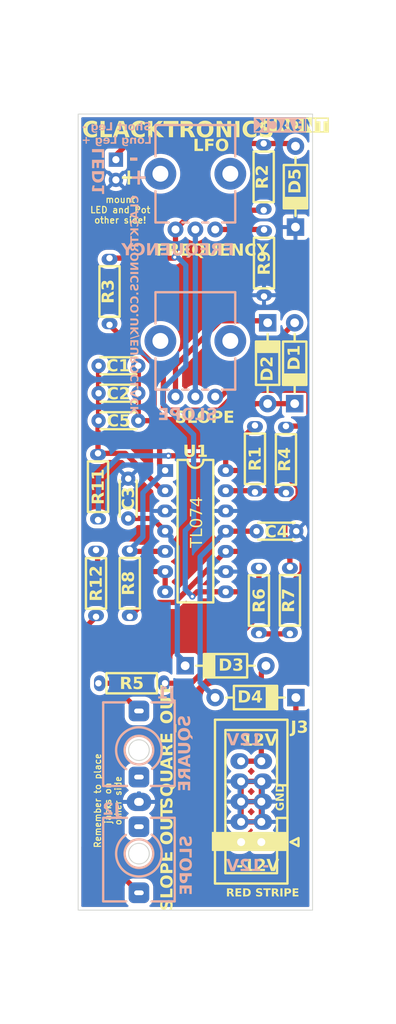
<source format=kicad_pcb>
(kicad_pcb (version 20240108) (generator "pcbnew") (generator_version "8.0")
  (layers (0 "F.Cu" signal) (31 "B.Cu" signal) (34 "B.Paste" user) (35 "F.Paste" user) (36 "B.SilkS" user "B.Silkscreen") (37 "F.SilkS" user "F.Silkscreen") (38 "B.Mask" user) (39 "F.Mask" user) (44 "Edge.Cuts" user))
  (net 0 "")
  (net 1 "Net-(U1A--)")
  (net 2 "Net-(U1B-+)")
  (net 3 "-12V")
  (net 4 "GND")
  (net 5 "+12V")
  (net 6 "Net-(D1-K)")
  (net 7 "Net-(D2-K)")
  (net 8 "Net-(D3-A)")
  (net 9 "Net-(D1-A)")
  (net 10 "Net-(D4-K)")
  (net 12 "Net-(J2-PadT)")
  (net 13 "Net-(J1-PadT)")
  (net 14 "Net-(U1C-+)")
  (net 15 "Net-(U1B--)")
  (net 16 "Net-(D5-A)")
  (net 17 "Net-(R1-Pad2)")
  (net 18 "Net-(RV1-Pad2)")
  (net 19 "Net-(U1D--)")
  (net 20 "Net-(R2-Pad2)")
  (net 21 "Net-(R3-Pad2)")
  (net 23 "Net-(R6-Pad1)")
  (net 24 "Net-(R9-Pad2)")
  (footprint "BYOM_General:R_Axial_DIN0204_L3.6mm_D1.6mm_P7.62mm_Horizontal" (layer "F.Cu") (at 128.8 119.5)
    (property "Reference" "R5" (at 4.191 0.1 0) (layer "F.SilkS") (effects (font (size 1.5 1.5) (thickness 0.2) (bold yes))))
    (property "Value" "1kΩ")
    (fp_line (start 1.016 -1.27) (end 1.016 1.27) (stroke (width 0.3)) (layer "F.SilkS"))
    (fp_line (start 1.016 1.27) (end 7.366 1.27) (stroke (width 0.3)) (layer "F.SilkS"))
    (fp_line (start 7.366 -1.27) (end 1.016 -1.27) (stroke (width 0.3)) (layer "F.SilkS"))
    (fp_line (start 7.366 1.27) (end 7.366 -1.27) (stroke (width 0.3)) (layer "F.SilkS"))
    (pad "1" thru_hole oval (at 0 0) (size 1.4 2) (drill 0.8 (offset 0.15 0)) (layers "*.Cu" "*.Mask") (net 13 "Net-(J1-PadT)"))
    (pad "2" thru_hole oval (at 8.382 0 180) (size 1.4 2) (drill 0.8 (offset 0.15 0)) (layers "*.Cu" "*.Mask") (net 17 "Net-(R1-Pad2)"))
  )
  (footprint "BYOM_General:R_Axial_DIN0204_L3.6mm_D1.6mm_P7.62mm_Horizontal" (layer "F.Cu") (at 130.2 66.1 -90)
    (property "Reference" "R3" (at 4.191 0.1 -90) (layer "F.SilkS") (effects (font (size 1.5 1.5) (thickness 0.2) (bold yes))))
    (property "Value" "100kΩ")
    (fp_line (start 1.016 1.27) (end 7.366 1.27) (stroke (width 0.3)) (layer "F.SilkS"))
    (fp_line (start 7.366 1.27) (end 7.366 -1.27) (stroke (width 0.3)) (layer "F.SilkS"))
    (fp_line (start 1.016 -1.27) (end 1.016 1.27) (stroke (width 0.3)) (layer "F.SilkS"))
    (fp_line (start 7.366 -1.27) (end 1.016 -1.27) (stroke (width 0.3)) (layer "F.SilkS"))
    (pad "1" thru_hole oval (at 0 0 270) (size 1.4 2) (drill 0.8 (offset 0.15 0)) (layers "*.Cu" "*.Mask") (net 20 "Net-(R2-Pad2)"))
    (pad "2" thru_hole oval (at 8.382 0 90) (size 1.4 2) (drill 0.8 (offset 0.15 0)) (layers "*.Cu" "*.Mask") (net 21 "Net-(R3-Pad2)"))
  )
  (footprint "BYOM_General:R_Axial_DIN0204_L3.6mm_D1.6mm_P7.62mm_Horizontal" (layer "F.Cu") (at 132.75 102.75 -90)
    (property "Reference" "R8" (at 4.191 0.1 -90) (layer "F.SilkS") (effects (font (size 1.5 1.5) (thickness 0.2) (bold yes))))
    (property "Value" "100kΩ")
    (fp_line (start 1.016 1.27) (end 7.366 1.27) (stroke (width 0.3)) (layer "F.SilkS"))
    (fp_line (start 7.366 1.27) (end 7.366 -1.27) (stroke (width 0.3)) (layer "F.SilkS"))
    (fp_line (start 1.016 -1.27) (end 1.016 1.27) (stroke (width 0.3)) (layer "F.SilkS"))
    (fp_line (start 7.366 -1.27) (end 1.016 -1.27) (stroke (width 0.3)) (layer "F.SilkS"))
    (pad "1" thru_hole oval (at 0 0 270) (size 1.4 2) (drill 0.8 (offset 0.15 0)) (layers "*.Cu" "*.Mask") (net 2 "Net-(U1B-+)"))
    (pad "2" thru_hole oval (at 8.382 0 90) (size 1.4 2) (drill 0.8 (offset 0.15 0)) (layers "*.Cu" "*.Mask") (net 14 "Net-(U1C-+)"))
  )
  (footprint "BYOM_General:R_Axial_DIN0204_L3.6mm_D1.6mm_P7.62mm_Horizontal" (layer "F.Cu") (at 148.5 95.5 90)
    (property "Reference" "R1" (at 4.191 0.1 90) (layer "F.SilkS") (effects (font (size 1.5 1.5) (thickness 0.2) (bold yes))))
    (property "Value" "100kΩ")
    (fp_line (start 7.366 -1.27) (end 1.016 -1.27) (stroke (width 0.3)) (layer "F.SilkS"))
    (fp_line (start 1.016 -1.27) (end 1.016 1.27) (stroke (width 0.3)) (layer "F.SilkS"))
    (fp_line (start 7.366 1.27) (end 7.366 -1.27) (stroke (width 0.3)) (layer "F.SilkS"))
    (fp_line (start 1.016 1.27) (end 7.366 1.27) (stroke (width 0.3)) (layer "F.SilkS"))
    (pad "1" thru_hole oval (at 0 0 90) (size 1.4 2) (drill 0.8 (offset 0.15 0)) (layers "*.Cu" "*.Mask") (net 19 "Net-(U1D--)"))
    (pad "2" thru_hole oval (at 8.382 0 270) (size 1.4 2) (drill 0.8 (offset 0.15 0)) (layers "*.Cu" "*.Mask") (net 17 "Net-(R1-Pad2)"))
  )
  (footprint "BYOM_General:D_TH_DO-41_P10.16mm" (layer "F.Cu") (at 153.6 62.2 90)
    (property "Reference" "D5" (at 5.775 0 90) (layer "F.SilkS") (effects (font (size 1.5 1.5) (thickness 0.2) (bold yes))))
    (property "Value" "1N5817")
    (fp_line (start 7.8 -1.47) (end 3.75 -1.5) (stroke (width 0.12)) (layer "F.SilkS"))
    (fp_line (start 7.8 -1.47) (end 2.36 -1.47) (stroke (width 0.3)) (layer "F.SilkS"))
    (fp_line (start 2.36 -1.47) (end 2.36 1.47) (stroke (width 0.3)) (layer "F.SilkS"))
    (fp_line (start 7.8 0) (end 8.75 0) (stroke (width 0.3)) (layer "F.SilkS"))
    (fp_line (start 1.4 0) (end 2.35 0) (stroke (width 0.3)) (layer "F.SilkS"))
    (fp_line (start 7.8 1.47) (end 7.8 -1.47) (stroke (width 0.3)) (layer "F.SilkS"))
    (fp_line (start 2.36 1.47) (end 7.8 1.47) (stroke (width 0.3)) (layer "F.SilkS"))
    (fp_poly (pts (xy 2.36 -1.47) (xy 2.36 1.47) (xy 3.75 1.5) (xy 3.75 -1.5)) (stroke (width 0.1)) (fill solid) (layer "F.SilkS"))
    (pad "1" thru_hole rect (at 0 0 90) (size 2.2 2.2) (drill 1.1) (layers "*.Cu" "*.Mask") (net 4 "GND"))
    (pad "2" thru_hole oval (at 10.16 0 90) (size 2.2 2.2) (drill 1.1) (layers "*.Cu" "*.Mask") (net 16 "Net-(D5-A)"))
  )
  (footprint "BYOM_General:C_TH_Disc_P5.00mm" (layer "F.Cu") (at 133.82 86.52 180)
    (property "Reference" "C5" (at 2.47 -0.1 180) (layer "F.SilkS") (effects (font (size 1.5 1.5) (thickness 0.2) (bold yes))))
    (property "Value" "100nF")
    (fp_line (start 4.77 1.055) (end 4.77 1.07) (stroke (width 0.12)) (layer "F.SilkS"))
    (fp_line (start 4.77 -1.07) (end 4.77 -1.055) (stroke (width 0.12)) (layer "F.SilkS"))
    (fp_line (start 0.23 1.07) (end 4.77 1.07) (stroke (width 0.3)) (layer "F.SilkS"))
    (fp_line (start 0.23 1.055) (end 0.23 1.07) (stroke (width 0.12)) (layer "F.SilkS"))
    (fp_line (start 0.23 -1.07) (end 4.77 -1.07) (stroke (width 0.3)) (layer "F.SilkS"))
    (fp_line (start 0.23 -1.07) (end 0.23 -1.055) (stroke (width 0.12)) (layer "F.SilkS"))
    (pad "1" thru_hole circle (at 0 0 180) (size 1.8 1.8) (drill 0.8) (layers "*.Cu" "*.Mask") (net 2 "Net-(U1B-+)"))
    (pad "2" thru_hole circle (at 5 0 180) (size 1.8 1.8) (drill 0.8) (layers "*.Cu" "*.Mask") (net 1 "Net-(U1A--)"))
  )
  (footprint "BYOM_General:D_TH_DO-41_P10.16mm" (layer "F.Cu") (at 150.1 74.22 -90)
    (property "Reference" "D2" (at 5.775 0 -90) (layer "F.SilkS") (effects (font (size 1.5 1.5) (thickness 0.2) (bold yes))))
    (property "Value" "1N5817")
    (fp_line (start 2.36 1.47) (end 7.8 1.47) (stroke (width 0.3)) (layer "F.SilkS"))
    (fp_line (start 7.8 1.47) (end 7.8 -1.47) (stroke (width 0.3)) (layer "F.SilkS"))
    (fp_line (start 1.4 0) (end 2.35 0) (stroke (width 0.3)) (layer "F.SilkS"))
    (fp_line (start 7.8 0) (end 8.75 0) (stroke (width 0.3)) (layer "F.SilkS"))
    (fp_line (start 2.36 -1.47) (end 2.36 1.47) (stroke (width 0.3)) (layer "F.SilkS"))
    (fp_line (start 7.8 -1.47) (end 2.36 -1.47) (stroke (width 0.3)) (layer "F.SilkS"))
    (fp_line (start 7.8 -1.47) (end 3.75 -1.5) (stroke (width 0.12)) (layer "F.SilkS"))
    (fp_poly (pts (xy 2.36 -1.47) (xy 2.36 1.47) (xy 3.75 1.5) (xy 3.75 -1.5)) (stroke (width 0.1)) (fill solid) (layer "F.SilkS"))
    (pad "1" thru_hole rect (at 0 0 270) (size 2.2 2.2) (drill 1.1) (layers "*.Cu" "*.Mask") (net 7 "Net-(D2-K)"))
    (pad "2" thru_hole oval (at 10.16 0 270) (size 2.2 2.2) (drill 1.1) (layers "*.Cu" "*.Mask") (net 6 "Net-(D1-K)"))
  )
  (footprint "BYOM_General:D_TH_DO-41_P10.16mm" (layer "F.Cu") (at 153.5 84.38 90)
    (property "Reference" "D1" (at 5.775 0 90) (layer "F.SilkS") (effects (font (size 1.5 1.5) (thickness 0.2) (bold yes))))
    (property "Value" "1N5817")
    (fp_line (start 7.8 -1.47) (end 3.75 -1.5) (stroke (width 0.12)) (layer "F.SilkS"))
    (fp_line (start 7.8 -1.47) (end 2.36 -1.47) (stroke (width 0.3)) (layer "F.SilkS"))
    (fp_line (start 2.36 -1.47) (end 2.36 1.47) (stroke (width 0.3)) (layer "F.SilkS"))
    (fp_line (start 7.8 0) (end 8.75 0) (stroke (width 0.3)) (layer "F.SilkS"))
    (fp_line (start 1.4 0) (end 2.35 0) (stroke (width 0.3)) (layer "F.SilkS"))
    (fp_line (start 7.8 1.47) (end 7.8 -1.47) (stroke (width 0.3)) (layer "F.SilkS"))
    (fp_line (start 2.36 1.47) (end 7.8 1.47) (stroke (width 0.3)) (layer "F.SilkS"))
    (fp_poly (pts (xy 2.36 -1.47) (xy 2.36 1.47) (xy 3.75 1.5) (xy 3.75 -1.5)) (stroke (width 0.1)) (fill solid) (layer "F.SilkS"))
    (pad "1" thru_hole rect (at 0 0 90) (size 2.2 2.2) (drill 1.1) (layers "*.Cu" "*.Mask") (net 6 "Net-(D1-K)"))
    (pad "2" thru_hole oval (at 10.16 0 90) (size 2.2 2.2) (drill 1.1) (layers "*.Cu" "*.Mask") (net 9 "Net-(D1-A)"))
  )
  (footprint "BYOM_General:R_Axial_DIN0204_L3.6mm_D1.6mm_P7.62mm_Horizontal" (layer "F.Cu") (at 128.5 111.15 90)
    (property "Reference" "R12" (at 4.191 0.1 90) (layer "F.SilkS") (effects (font (size 1.5 1.5) (thickness 0.2) (bold yes))))
    (property "Value" "1kΩ")
    (fp_line (start 7.366 -1.27) (end 1.016 -1.27) (stroke (width 0.3)) (layer "F.SilkS"))
    (fp_line (start 1.016 -1.27) (end 1.016 1.27) (stroke (width 0.3)) (layer "F.SilkS"))
    (fp_line (start 7.366 1.27) (end 7.366 -1.27) (stroke (width 0.3)) (layer "F.SilkS"))
    (fp_line (start 1.016 1.27) (end 7.366 1.27) (stroke (width 0.3)) (layer "F.SilkS"))
    (pad "1" thru_hole oval (at 0 0 90) (size 1.4 2) (drill 0.8 (offset 0.15 0)) (layers "*.Cu" "*.Mask") (net 12 "Net-(J2-PadT)"))
    (pad "2" thru_hole oval (at 8.382 0 270) (size 1.4 2) (drill 0.8 (offset 0.15 0)) (layers "*.Cu" "*.Mask") (net 15 "Net-(U1B--)"))
  )
  (footprint "BYOM_General:R_Axial_DIN0204_L3.6mm_D1.6mm_P7.62mm_Horizontal" (layer "F.Cu") (at 128.75 99 90)
    (property "Reference" "R11" (at 4.191 0.1 90) (layer "F.SilkS") (effects (font (size 1.5 1.5) (thickness 0.2) (bold yes))))
    (property "Value" "100Ω")
    (fp_line (start 7.366 -1.27) (end 1.016 -1.27) (stroke (width 0.3)) (layer "F.SilkS"))
    (fp_line (start 1.016 -1.27) (end 1.016 1.27) (stroke (width 0.3)) (layer "F.SilkS"))
    (fp_line (start 7.366 1.27) (end 7.366 -1.27) (stroke (width 0.3)) (layer "F.SilkS"))
    (fp_line (start 1.016 1.27) (end 7.366 1.27) (stroke (width 0.3)) (layer "F.SilkS"))
    (pad "1" thru_hole oval (at 0 0 90) (size 1.4 2) (drill 0.8 (offset 0.15 0)) (layers "*.Cu" "*.Mask") (net 6 "Net-(D1-K)"))
    (pad "2" thru_hole oval (at 8.382 0 270) (size 1.4 2) (drill 0.8 (offset 0.15 0)) (layers "*.Cu" "*.Mask") (net 1 "Net-(U1A--)"))
  )
  (footprint "BYOM_General:D_TH_DO-41_P10.16mm" (layer "F.Cu") (at 153.65 121.3 180)
    (property "Reference" "D4" (at 5.775 0 180) (layer "F.SilkS") (effects (font (size 1.5 1.5) (thickness 0.2) (bold yes))))
    (property "Value" "1N5817")
    (fp_line (start 7.8 1.47) (end 7.8 -1.47) (stroke (width 0.3)) (layer "F.SilkS"))
    (fp_line (start 7.8 0) (end 8.75 0) (stroke (width 0.3)) (layer "F.SilkS"))
    (fp_line (start 7.8 -1.47) (end 3.75 -1.5) (stroke (width 0.12)) (layer "F.SilkS"))
    (fp_line (start 7.8 -1.47) (end 2.36 -1.47) (stroke (width 0.3)) (layer "F.SilkS"))
    (fp_line (start 2.36 1.47) (end 7.8 1.47) (stroke (width 0.3)) (layer "F.SilkS"))
    (fp_line (start 2.36 -1.47) (end 2.36 1.47) (stroke (width 0.3)) (layer "F.SilkS"))
    (fp_line (start 1.4 0) (end 2.35 0) (stroke (width 0.3)) (layer "F.SilkS"))
    (fp_poly (pts (xy 2.36 -1.47) (xy 2.36 1.47) (xy 3.75 1.5) (xy 3.75 -1.5)) (stroke (width 0.1)) (fill solid) (layer "F.SilkS"))
    (pad "1" thru_hole rect (at 0 0 180) (size 2.2 2.2) (drill 1.1) (layers "*.Cu" "*.Mask") (net 10 "Net-(D4-K)"))
    (pad "2" thru_hole oval (at 10.16 0 180) (size 2.2 2.2) (drill 1.1) (layers "*.Cu" "*.Mask") (net 3 "-12V"))
  )
  (footprint "BYOM_General:C_TH_Disc_P5.00mm" (layer "F.Cu") (at 133.82 79.62 180)
    (property "Reference" "C1" (at 2.54 -0.08 180) (layer "F.SilkS") (effects (font (size 1.5 1.5) (thickness 0.2) (bold yes))))
    (property "Value" "100nF")
    (fp_line (start 4.77 1.055) (end 4.77 1.07) (stroke (width 0.12)) (layer "F.SilkS"))
    (fp_line (start 4.77 -1.07) (end 4.77 -1.055) (stroke (width 0.12)) (layer "F.SilkS"))
    (fp_line (start 0.23 1.07) (end 4.77 1.07) (stroke (width 0.3)) (layer "F.SilkS"))
    (fp_line (start 0.23 1.055) (end 0.23 1.07) (stroke (width 0.12)) (layer "F.SilkS"))
    (fp_line (start 0.23 -1.07) (end 4.77 -1.07) (stroke (width 0.3)) (layer "F.SilkS"))
    (fp_line (start 0.23 -1.07) (end 0.23 -1.055) (stroke (width 0.12)) (layer "F.SilkS"))
    (pad "1" thru_hole circle (at 0 0 180) (size 1.8 1.8) (drill 0.8) (layers "*.Cu" "*.Mask") (net 2 "Net-(U1B-+)"))
    (pad "2" thru_hole circle (at 5 0 180) (size 1.8 1.8) (drill 0.8) (layers "*.Cu" "*.Mask") (net 1 "Net-(U1A--)"))
  )
  (footprint "BYOM_General:C_TH_Disc_P5.00mm" (layer "F.Cu") (at 132.55 93.8 -90)
    (property "Reference" "C3" (at 2.5 -0.1 -90) (layer "F.SilkS") (effects (font (size 1.5 1.5) (thickness 0.2) (bold yes))))
    (property "Value" "100nF")
    (fp_line (start 0.23 1.07) (end 4.77 1.07) (stroke (width 0.3)) (layer "F.SilkS"))
    (fp_line (start 0.23 1.055) (end 0.23 1.07) (stroke (width 0.12)) (layer "F.SilkS"))
    (fp_line (start 4.77 1.055) (end 4.77 1.07) (stroke (width 0.12)) (layer "F.SilkS"))
    (fp_line (start 0.23 -1.07) (end 0.23 -1.055) (stroke (width 0.12)) (layer "F.SilkS"))
    (fp_line (start 0.23 -1.07) (end 4.77 -1.07) (stroke (width 0.3)) (layer "F.SilkS"))
    (fp_line (start 4.77 -1.07) (end 4.77 -1.055) (stroke (width 0.12)) (layer "F.SilkS"))
    (pad "1" thru_hole circle (at 0 0 270) (size 1.8 1.8) (drill 0.8) (layers "*.Cu" "*.Mask") (net 4 "GND"))
    (pad "2" thru_hole circle (at 5 0 270) (size 1.8 1.8) (drill 0.8) (layers "*.Cu" "*.Mask") (net 5 "+12V"))
  )
  (footprint "BYOM_General:R_Axial_DIN0204_L3.6mm_D1.6mm_P7.62mm_Horizontal" (layer "F.Cu") (at 152.9 104.9 -90)
    (property "Reference" "R7" (at 4.191 0.1 -90) (layer "F.SilkS") (effects (font (size 1.5 1.5) (thickness 0.2) (bold yes))))
    (property "Value" "100kΩ")
    (fp_line (start 1.016 1.27) (end 7.366 1.27) (stroke (width 0.3)) (layer "F.SilkS"))
    (fp_line (start 7.366 1.27) (end 7.366 -1.27) (stroke (width 0.3)) (layer "F.SilkS"))
    (fp_line (start 1.016 -1.27) (end 1.016 1.27) (stroke (width 0.3)) (layer "F.SilkS"))
    (fp_line (start 7.366 -1.27) (end 1.016 -1.27) (stroke (width 0.3)) (layer "F.SilkS"))
    (pad "1" thru_hole oval (at 0 0 270) (size 1.4 2) (drill 0.8 (offset 0.15 0)) (layers "*.Cu" "*.Mask") (net 14 "Net-(U1C-+)"))
    (pad "2" thru_hole oval (at 8.382 0 90) (size 1.4 2) (drill 0.8 (offset 0.15 0)) (layers "*.Cu" "*.Mask") (net 23 "Net-(R6-Pad1)"))
  )
  (footprint "BYOM_General:R_Axial_DIN0204_L3.6mm_D1.6mm_P7.62mm_Horizontal" (layer "F.Cu") (at 152.4 87.2 -90)
    (property "Reference" "R4" (at 4.191 0.1 -90) (layer "F.SilkS") (effects (font (size 1.5 1.5) (thickness 0.2) (bold yes))))
    (property "Value" "100kΩ")
    (fp_line (start 1.016 1.27) (end 7.366 1.27) (stroke (width 0.3)) (layer "F.SilkS"))
    (fp_line (start 7.366 1.27) (end 7.366 -1.27) (stroke (width 0.3)) (layer "F.SilkS"))
    (fp_line (start 1.016 -1.27) (end 1.016 1.27) (stroke (width 0.3)) (layer "F.SilkS"))
    (fp_line (start 7.366 -1.27) (end 1.016 -1.27) (stroke (width 0.3)) (layer "F.SilkS"))
    (pad "1" thru_hole oval (at 0 0 270) (size 1.4 2) (drill 0.8 (offset 0.15 0)) (layers "*.Cu" "*.Mask") (net 21 "Net-(R3-Pad2)"))
    (pad "2" thru_hole oval (at 8.382 0 90) (size 1.4 2) (drill 0.8 (offset 0.15 0)) (layers "*.Cu" "*.Mask") (net 19 "Net-(U1D--)"))
  )
  (footprint "BYOM_General:R_Axial_DIN0204_L3.6mm_D1.6mm_P7.62mm_Horizontal" (layer "F.Cu") (at 149.6 51.7 -90)
    (property "Reference" "R2" (at 4.191 0.1 -90) (layer "F.SilkS") (effects (font (size 1.5 1.5) (thickness 0.2) (bold yes))))
    (property "Value" "2.2KΩ")
    (fp_line (start 1.016 1.27) (end 7.366 1.27) (stroke (width 0.3)) (layer "F.SilkS"))
    (fp_line (start 7.366 1.27) (end 7.366 -1.27) (stroke (width 0.3)) (layer "F.SilkS"))
    (fp_line (start 1.016 -1.27) (end 1.016 1.27) (stroke (width 0.3)) (layer "F.SilkS"))
    (fp_line (start 7.366 -1.27) (end 1.016 -1.27) (stroke (width 0.3)) (layer "F.SilkS"))
    (pad "1" thru_hole oval (at 0 0 270) (size 1.4 2) (drill 0.8 (offset 0.15 0)) (layers "*.Cu" "*.Mask") (net 16 "Net-(D5-A)"))
    (pad "2" thru_hole oval (at 8.382 0 90) (size 1.4 2) (drill 0.8 (offset 0.15 0)) (layers "*.Cu" "*.Mask") (net 20 "Net-(R2-Pad2)"))
  )
  (footprint "BYOM_General:R_Axial_DIN0204_L3.6mm_D1.6mm_P7.62mm_Horizontal" (layer "F.Cu") (at 149 113.3 90)
    (property "Reference" "R6" (at 4.191 0.1 90) (layer "F.SilkS") (effects (font (size 1.5 1.5) (thickness 0.2) (bold yes))))
    (property "Value" "100kΩ")
    (fp_line (start 7.366 -1.27) (end 1.016 -1.27) (stroke (width 0.3)) (layer "F.SilkS"))
    (fp_line (start 1.016 -1.27) (end 1.016 1.27) (stroke (width 0.3)) (layer "F.SilkS"))
    (fp_line (start 7.366 1.27) (end 7.366 -1.27) (stroke (width 0.3)) (layer "F.SilkS"))
    (fp_line (start 1.016 1.27) (end 7.366 1.27) (stroke (width 0.3)) (layer "F.SilkS"))
    (pad "1" thru_hole oval (at 0 0 90) (size 1.4 2) (drill 0.8 (offset 0.15 0)) (layers "*.Cu" "*.Mask") (net 23 "Net-(R6-Pad1)"))
    (pad "2" thru_hole oval (at 8.382 0 270) (size 1.4 2) (drill 0.8 (offset 0.15 0)) (layers "*.Cu" "*.Mask") (net 20 "Net-(R2-Pad2)"))
  )
  (footprint "BYOM_General:C_TH_Disc_P5.00mm" (layer "F.Cu") (at 133.82 83.07 180)
    (property "Reference" "C2" (at 2.49 -0.14 180) (layer "F.SilkS") (effects (font (size 1.5 1.5) (thickness 0.2) (bold yes))))
    (property "Value" "100nF")
    (fp_line (start 4.77 1.055) (end 4.77 1.07) (stroke (width 0.12)) (layer "F.SilkS"))
    (fp_line (start 4.77 -1.07) (end 4.77 -1.055) (stroke (width 0.12)) (layer "F.SilkS"))
    (fp_line (start 0.23 1.07) (end 4.77 1.07) (stroke (width 0.3)) (layer "F.SilkS"))
    (fp_line (start 0.23 1.055) (end 0.23 1.07) (stroke (width 0.12)) (layer "F.SilkS"))
    (fp_line (start 0.23 -1.07) (end 4.77 -1.07) (stroke (width 0.3)) (layer "F.SilkS"))
    (fp_line (start 0.23 -1.07) (end 0.23 -1.055) (stroke (width 0.12)) (layer "F.SilkS"))
    (pad "1" thru_hole circle (at 0 0 180) (size 1.8 1.8) (drill 0.8) (layers "*.Cu" "*.Mask") (net 2 "Net-(U1B-+)"))
    (pad "2" thru_hole circle (at 5 0 180) (size 1.8 1.8) (drill 0.8) (layers "*.Cu" "*.Mask") (net 1 "Net-(U1A--)"))
  )
  (footprint "BYOM_General:D_TH_DO-41_P10.16mm" (layer "F.Cu") (at 139.72 117.3)
    (property "Reference" "D3" (at 5.775 0 0) (layer "F.SilkS") (effects (font (size 1.5 1.5) (thickness 0.2) (bold yes))))
    (property "Value" "1N5817")
    (fp_line (start 1.4 0) (end 2.35 0) (stroke (width 0.3)) (layer "F.SilkS"))
    (fp_line (start 2.36 -1.47) (end 2.36 1.47) (stroke (width 0.3)) (layer "F.SilkS"))
    (fp_line (start 2.36 1.47) (end 7.8 1.47) (stroke (width 0.3)) (layer "F.SilkS"))
    (fp_line (start 7.8 -1.47) (end 2.36 -1.47) (stroke (width 0.3)) (layer "F.SilkS"))
    (fp_line (start 7.8 -1.47) (end 3.75 -1.5) (stroke (width 0.12)) (layer "F.SilkS"))
    (fp_line (start 7.8 0) (end 8.75 0) (stroke (width 0.3)) (layer "F.SilkS"))
    (fp_line (start 7.8 1.47) (end 7.8 -1.47) (stroke (width 0.3)) (layer "F.SilkS"))
    (fp_poly (pts (xy 2.36 -1.47) (xy 2.36 1.47) (xy 3.75 1.5) (xy 3.75 -1.5)) (stroke (width 0.1)) (fill solid) (layer "F.SilkS"))
    (pad "1" thru_hole rect (at 0 0) (size 2.2 2.2) (drill 1.1) (layers "*.Cu" "*.Mask") (net 5 "+12V"))
    (pad "2" thru_hole oval (at 10.16 0) (size 2.2 2.2) (drill 1.1) (layers "*.Cu" "*.Mask") (net 8 "Net-(D3-A)"))
  )
  (footprint "BYOM_General:IDC-Header_2x05_P2.54mm_Vertical" (layer "F.Cu") (at 149.3 139.45 180)
    (property "Reference" "J3" (at -4.8 14.35 180) (layer "F.SilkS") (effects (font (size 1.5 1.5) (thickness 0.2) (bold yes))))
    (property "Value" "Conn_02x05_Odd_Even")
    (fp_line (start 5.83 15.37) (end -3.29 15.37) (stroke (width 0.3)) (layer "F.SilkS"))
    (fp_line (start 5.83 -5.21) (end 5.83 15.37) (stroke (width 0.3)) (layer "F.SilkS"))
    (fp_line (start 4.52 14.07) (end -1.98 14.07) (stroke (width 0.3)) (layer "F.SilkS"))
    (fp_line (start 4.52 -3.91) (end 4.52 14.07) (stroke (width 0.3)) (layer "F.SilkS"))
    (fp_line (start -1.98 14.07) (end -1.98 7.13) (stroke (width 0.3)) (layer "F.SilkS"))
    (fp_line (start -1.98 7.13) (end -1.98 7.13) (stroke (width 0.3)) (layer "F.SilkS"))
    (fp_line (start -1.98 7.13) (end -3.29 7.13) (stroke (width 0.3)) (layer "F.SilkS"))
    (fp_line (start -1.98 3.03) (end -1.98 -3.91) (stroke (width 0.3)) (layer "F.SilkS"))
    (fp_line (start -1.98 -3.91) (end 4.52 -3.91) (stroke (width 0.3)) (layer "F.SilkS"))
    (fp_line (start -3.29 15.37) (end -3.29 -5.21) (stroke (width 0.3)) (layer "F.SilkS"))
    (fp_line (start -3.29 3.03) (end -1.98 3.03) (stroke (width 0.3)) (layer "F.SilkS"))
    (fp_line (start -3.29 -5.21) (end 5.83 -5.21) (stroke (width 0.3)) (layer "F.SilkS"))
    (fp_line (start -3.68 0) (end -4.68 -0.5) (stroke (width 0.3)) (layer "F.SilkS"))
    (fp_line (start -4.68 0.5) (end -3.68 0) (stroke (width 0.3)) (layer "F.SilkS"))
    (fp_line (start -4.68 -0.5) (end -4.68 0.5) (stroke (width 0.3)) (layer "F.SilkS"))
    (pad "1" thru_hole roundrect (at 0 0 180) (size 2.3 2) (drill 1 (offset -0.2 0)) (layers "*.Cu" "*.Mask") (roundrect_rratio 0.125) (net 10 "Net-(D4-K)"))
    (pad "2" thru_hole oval (at 2.54 0 180) (size 2.3 2) (drill 1 (offset 0.2 0)) (layers "*.Cu" "*.Mask") (net 10 "Net-(D4-K)"))
    (pad "3" thru_hole oval (at 0 2.54 180) (size 2.3 2) (drill 1 (offset -0.2 0)) (layers "*.Cu" "*.Mask") (net 4 "GND"))
    (pad "4" thru_hole oval (at 2.54 2.54 180) (size 2.3 2) (drill 1 (offset 0.2 0)) (layers "*.Cu" "*.Mask") (net 4 "GND"))
    (pad "5" thru_hole oval (at 0 5.08 180) (size 2.3 2) (drill 1 (offset -0.2 0)) (layers "*.Cu" "*.Mask") (net 4 "GND"))
    (pad "6" thru_hole oval (at 2.54 5.08 180) (size 2.3 2) (drill 1 (offset 0.2 0)) (layers "*.Cu" "*.Mask") (net 4 "GND"))
    (pad "7" thru_hole oval (at 0 7.62 180) (size 2.3 2) (drill 1 (offset -0.2 0)) (layers "*.Cu" "*.Mask") (net 4 "GND"))
    (pad "8" thru_hole oval (at 2.54 7.62 180) (size 2.3 2) (drill 1 (offset 0.2 0)) (layers "*.Cu" "*.Mask") (net 4 "GND"))
    (pad "9" thru_hole oval (at 0 10.16 180) (size 2.3 2) (drill 1 (offset -0.2 0)) (layers "*.Cu" "*.Mask") (net 8 "Net-(D3-A)"))
    (pad "10" thru_hole oval (at 2.54 10.16 180) (size 2.3 2) (drill 1 (offset 0.2 0)) (layers "*.Cu" "*.Mask") (net 8 "Net-(D3-A)"))
  )
  (footprint "BYOM_General:DIP-14_W7.62mm_LongPads_copy" (layer "F.Cu") (at 137.2 92.775)
    (property "Reference" "U1" (at 3.81 -2.33 0) (layer "F.SilkS") (effects (font (size 1.5 1.5) (thickness 0.2) (bold yes))))
    (property "Value" "TL074")
    (fp_line (start 1.56 -1.33) (end 1.56 16.57) (stroke (width 0.3)) (layer "F.SilkS"))
    (fp_line (start 1.56 16.57) (end 6.06 16.57) (stroke (width 0.3)) (layer "F.SilkS"))
    (fp_line (start 2.81 -1.33) (end 1.56 -1.33) (stroke (width 0.3)) (layer "F.SilkS"))
    (fp_line (start 6.06 -1.33) (end 4.81 -1.33) (stroke (width 0.3)) (layer "F.SilkS"))
    (fp_line (start 6.06 16.57) (end 6.06 -1.33) (stroke (width 0.3)) (layer "F.SilkS"))
    (fp_arc (start 4.81 -1.33) (mid 3.81 -0.33) (end 2.81 -1.33) (stroke (width 0.3)) (layer "F.SilkS"))
    (pad "1" thru_hole rect (at 0 0) (size 2 1.6) (drill 0.8) (layers "*.Cu" "*.Mask") (net 2 "Net-(U1B-+)"))
    (pad "2" thru_hole oval (at 0 2.54) (size 2 1.6) (drill 0.8) (layers "*.Cu" "*.Mask") (net 1 "Net-(U1A--)"))
    (pad "3" thru_hole oval (at 0 5.08) (size 2 1.6) (drill 0.8) (layers "*.Cu" "*.Mask") (net 4 "GND"))
    (pad "4" thru_hole oval (at 0 7.62) (size 2 1.6) (drill 0.8) (layers "*.Cu" "*.Mask") (net 5 "+12V"))
    (pad "5" thru_hole oval (at 0 10.16) (size 2 1.6) (drill 0.8) (layers "*.Cu" "*.Mask") (net 2 "Net-(U1B-+)"))
    (pad "6" thru_hole oval (at 0 12.7) (size 2 1.6) (drill 0.8) (layers "*.Cu" "*.Mask") (net 15 "Net-(U1B--)"))
    (pad "7" thru_hole oval (at 0 15.24) (size 2 1.6) (drill 0.8) (layers "*.Cu" "*.Mask") (net 15 "Net-(U1B--)"))
    (pad "8" thru_hole oval (at 7.62 15.24) (size 2 1.6) (drill 0.8) (layers "*.Cu" "*.Mask") (net 20 "Net-(R2-Pad2)"))
    (pad "9" thru_hole oval (at 7.62 12.7) (size 2 1.6) (drill 0.8) (layers "*.Cu" "*.Mask") (net 4 "GND"))
    (pad "10" thru_hole oval (at 7.62 10.16) (size 2 1.6) (drill 0.8) (layers "*.Cu" "*.Mask") (net 14 "Net-(U1C-+)"))
    (pad "11" thru_hole oval (at 7.62 7.62) (size 2 1.6) (drill 0.8) (layers "*.Cu" "*.Mask") (net 3 "-12V"))
    (pad "12" thru_hole oval (at 7.62 5.08) (size 2 1.6) (drill 0.8) (layers "*.Cu" "*.Mask") (net 4 "GND"))
    (pad "13" thru_hole oval (at 7.62 2.54) (size 2 1.6) (drill 0.8) (layers "*.Cu" "*.Mask") (net 19 "Net-(U1D--)"))
    (pad "14" thru_hole oval (at 7.62 0) (size 2 1.6) (drill 0.8) (layers "*.Cu" "*.Mask") (net 17 "Net-(R1-Pad2)"))
  )
  (footprint "BYOM_General:C_TH_Disc_P5.00mm" (layer "F.Cu") (at 148.7 100.4)
    (property "Reference" "C4" (at 2.5 0.15 0) (layer "F.SilkS") (effects (font (size 1.5 1.5) (thickness 0.2) (bold yes))))
    (property "Value" "100nF")
    (fp_line (start 0.23 -1.07) (end 0.23 -1.055) (stroke (width 0.12)) (layer "F.SilkS"))
    (fp_line (start 0.23 -1.07) (end 4.77 -1.07) (stroke (width 0.3)) (layer "F.SilkS"))
    (fp_line (start 0.23 1.055) (end 0.23 1.07) (stroke (width 0.12)) (layer "F.SilkS"))
    (fp_line (start 0.23 1.07) (end 4.77 1.07) (stroke (width 0.3)) (layer "F.SilkS"))
    (fp_line (start 4.77 -1.07) (end 4.77 -1.055) (stroke (width 0.12)) (layer "F.SilkS"))
    (fp_line (start 4.77 1.055) (end 4.77 1.07) (stroke (width 0.12)) (layer "F.SilkS"))
    (pad "1" thru_hole circle (at 0 0) (size 1.8 1.8) (drill 0.8) (layers "*.Cu" "*.Mask") (net 3 "-12V"))
    (pad "2" thru_hole circle (at 5 0) (size 1.8 1.8) (drill 0.8) (layers "*.Cu" "*.Mask") (net 4 "GND"))
  )
  (footprint "BYOM_General:R_Axial_DIN0204_L3.6mm_D1.6mm_P7.62mm_Horizontal" (layer "F.Cu") (at 149.64 70.91 90)
    (property "Reference" "R9" (at 4.191 0.1 -90) (layer "F.SilkS") (effects (font (size 1.5 1.5) (thickness 0.2) (bold yes))))
    (property "Value" "100Ω")
    (fp_line (start 7.366 -1.27) (end 1.016 -1.27) (stroke (width 0.3)) (layer "F.SilkS"))
    (fp_line (start 1.016 -1.27) (end 1.016 1.27) (stroke (width 0.3)) (layer "F.SilkS"))
    (fp_line (start 7.366 1.27) (end 7.366 -1.27) (stroke (width 0.3)) (layer "F.SilkS"))
    (fp_line (start 1.016 1.27) (end 7.366 1.27) (stroke (width 0.3)) (layer "F.SilkS"))
    (pad "1" thru_hole oval (at 0 0 90) (size 1.4 2) (drill 0.8 (offset 0.15 0)) (layers "*.Cu" "*.Mask") (net 4 "GND"))
    (pad "2" thru_hole oval (at 8.382 0 270) (size 1.4 2) (drill 0.8 (offset 0.15 0)) (layers "*.Cu" "*.Mask") (net 24 "Net-(R9-Pad2)"))
  )
  (footprint "BYOM_General:Jack_3.5mm_QingPu_WQP-PJ398SM_Vertical" (layer "B.Cu") (at 133.9 127.9 180)
    (property "Reference" "J1" (at -3.4 7.1 180) (layer "B.SilkS") (effects (font (size 1.5 1.5) (thickness 0.2) (bold yes)) (justify mirror)))
    (property "Value" "SQUARE OUT")
    (fp_line (start 4.5 6) (end 4.5 -4.5) (stroke (width 0.3)) (layer "B.SilkS"))
    (fp_line (start 4.5 6) (end 1.6 6) (stroke (width 0.3)) (layer "B.SilkS"))
    (fp_line (start 4.5 -4.5) (end 1.5 -4.5) (stroke (width 0.3)) (layer "B.SilkS"))
    (fp_line (start -1.5 -4.5) (end -4.5 -4.5) (stroke (width 0.3)) (layer "B.SilkS"))
    (fp_line (start -1.6 6) (end -4.5 6) (stroke (width 0.3)) (layer "B.SilkS"))
    (fp_line (start -4.5 6) (end -4.5 -4.5) (stroke (width 0.3)) (layer "B.SilkS"))
    (fp_arc (start 1.603971 -2.381653) (mid 0.027931 2.871274) (end -1.65 -2.349999) (stroke (width 0.3)) (layer "B.SilkS"))
    (fp_circle (center 0 0) (end -1.8 0) (stroke (width 0.3)) (fill none) (layer "B.SilkS"))
    (fp_circle (center 0 0) (end 1.3 0) (stroke (width 0.12)) (fill none) (layer "Edge.Cuts"))
    (pad "S" thru_hole oval (at 0 -6.5 180) (size 3.1 2.3) (drill oval 1.2 1) (layers "*.Cu" "*.Mask") (net 4 "GND"))
    (pad "T" thru_hole roundrect (at 0 4.92 180) (size 2.6 2.6) (drill oval 1.2 0.6) (layers "*.Cu" "*.Mask") (net 13 "Net-(J1-PadT)"))
    (pad "TN" thru_hole roundrect (at 0 -3.38 180) (size 2.6 2.6) (drill oval 1.2 0.6) (layers "*.Cu" "*.Mask"))
    (zone (net 0) (net_name "") (layers "B.Cu" "B.SilkS") (connect_pads (clearance 0)) (min_thickness 0.25)
      (keepout (tracks not_allowed) (vias not_allowed) (pads not_allowed) (copperpour not_allowed) (footprints not_allowed))
      (fill (thermal_gap 0.5) (thermal_bridge_width 0.5))
      (polygon (pts (xy 132.4 127.9) (xy 132.420458 127.653108) (xy 132.481274 127.412951) (xy 132.580789 127.186079) (xy 132.716289 126.978681) (xy 132.884078 126.796414) (xy 133.079578 126.64425) (xy 133.297457 126.52634) (xy 133.531772 126.4459) (xy 133.776131 126.405123) (xy 134.023869 126.405123) (xy 134.268228 126.4459) (xy 134.502543 126.52634) (xy 134.720422 126.64425) (xy 134.915922 126.796414) (xy 135.083711 126.978681) (xy 135.219211 127.186079) (xy 135.318726 127.412951) (xy 135.379542 127.653108) (xy 135.4 127.9) (xy 135.379542 128.146892) (xy 135.318726 128.387049) (xy 135.219211 128.613921) (xy 135.083711 128.821319) (xy 134.915922 129.003586) (xy 134.720422 129.15575) (xy 134.502543 129.27366) (xy 134.268228 129.3541) (xy 134.023869 129.394877) (xy 133.776131 129.394877) (xy 133.531772 129.3541) (xy 133.297457 129.27366) (xy 133.079578 129.15575) (xy 132.884078 129.003586) (xy 132.716289 128.821319) (xy 132.580789 128.613921) (xy 132.481274 128.387049) (xy 132.420458 128.146892)))
    )
  )
  (footprint "BYOM_General:Jack_3.5mm_QingPu_WQP-PJ398SM_Vertical" (layer "B.Cu") (at 133.9 140.9)
    (property "Reference" "J2" (at -3.5 -5.5 0) (layer "B.SilkS") (effects (font (size 1.5 1.5) (thickness 0.2) (bold yes)) (justify mirror)))
    (property "Value" "SLOPE OUT")
    (fp_line (start -4.5 6) (end -4.5 -4.5) (stroke (width 0.3)) (layer "B.SilkS"))
    (fp_line (start -1.6 6) (end -4.5 6) (stroke (width 0.3)) (layer "B.SilkS"))
    (fp_line (start -1.5 -4.5) (end -4.5 -4.5) (stroke (width 0.3)) (layer "B.SilkS"))
    (fp_line (start 4.5 -4.5) (end 1.5 -4.5) (stroke (width 0.3)) (layer "B.SilkS"))
    (fp_line (start 4.5 6) (end 1.6 6) (stroke (width 0.3)) (layer "B.SilkS"))
    (fp_line (start 4.5 6) (end 4.5 -4.5) (stroke (width 0.3)) (layer "B.SilkS"))
    (fp_arc (start 1.603971 -2.381653) (mid 0.027931 2.871274) (end -1.65 -2.349999) (stroke (width 0.3)) (layer "B.SilkS"))
    (fp_circle (center 0 0) (end -1.8 0) (stroke (width 0.3)) (fill none) (layer "B.SilkS"))
    (fp_circle (center 0 0) (end 1.3 0) (stroke (width 0.12)) (fill none) (layer "Edge.Cuts"))
    (pad "S" thru_hole oval (at 0 -6.5) (size 3.1 2.3) (drill oval 1.2 1) (layers "*.Cu" "*.Mask") (net 4 "GND"))
    (pad "T" thru_hole roundrect (at 0 4.92) (size 2.6 2.6) (drill oval 1.2 0.6) (layers "*.Cu" "*.Mask") (net 12 "Net-(J2-PadT)"))
    (pad "TN" thru_hole roundrect (at 0 -3.38) (size 2.6 2.6) (drill oval 1.2 0.6) (layers "*.Cu" "*.Mask"))
    (zone (net 0) (net_name "") (layers "B.Cu" "B.SilkS") (connect_pads (clearance 0)) (min_thickness 0.25)
      (keepout (tracks not_allowed) (vias not_allowed) (pads not_allowed) (copperpour not_allowed) (footprints not_allowed))
      (fill (thermal_gap 0.5) (thermal_bridge_width 0.5))
      (polygon (pts (xy 135.4 140.9) (xy 135.379542 141.146892) (xy 135.318726 141.387049) (xy 135.219211 141.613921) (xy 135.083711 141.821319) (xy 134.915922 142.003586) (xy 134.720422 142.15575) (xy 134.502543 142.27366) (xy 134.268228 142.3541) (xy 134.023869 142.394877) (xy 133.776131 142.394877) (xy 133.531772 142.3541) (xy 133.297457 142.27366) (xy 133.079578 142.15575) (xy 132.884078 142.003586) (xy 132.716289 141.821319) (xy 132.580789 141.613921) (xy 132.481274 141.387049) (xy 132.420458 141.146892) (xy 132.4 140.9) (xy 132.420458 140.653108) (xy 132.481274 140.412951) (xy 132.580789 140.186079) (xy 132.716289 139.978681) (xy 132.884078 139.796414) (xy 133.079578 139.64425) (xy 133.297457 139.52634) (xy 133.531772 139.4459) (xy 133.776131 139.405123) (xy 134.023869 139.405123) (xy 134.268228 139.4459) (xy 134.502543 139.52634) (xy 134.720422 139.64425) (xy 134.915922 139.796414) (xy 135.083711 139.978681) (xy 135.219211 140.186079) (xy 135.318726 140.412951) (xy 135.379542 140.653108)))
    )
  )
  (footprint "BYOM_General:LED_D3.0mm" (layer "B.Cu") (at 131 55 -90)
    (property "Reference" "LED1" (at 0.2 2.1 -90) (layer "B.SilkS") (effects (font (size 1.5 1.5) (thickness 0.2) (bold yes)) (justify mirror)))
    (property "Value" "LED")
    (pad "1" thru_hole rect (at -1.27 0 270) (size 1.8 1.8) (drill 0.9) (layers "*.Cu" "*.Mask") (net 16 "Net-(D5-A)"))
    (pad "2" thru_hole circle (at 1.27 0 270) (size 1.8 1.8) (drill 0.9) (layers "*.Cu" "*.Mask") (net 4 "GND"))
  )
  (footprint "BYOM_General:POT_TH_Alps_RK09K_Single_Vertical" (layer "B.Cu") (at 141 76 180)
    (property "Reference" "RV1" (hide yes))
    (property "Value" "100kΩ")
    (fp_line (start 5.02 5.62) (end 5.02 1.684) (stroke (width 0.3)) (layer "B.SilkS"))
    (fp_line (start 5.02 5.62) (end -5.021 5.62) (stroke (width 0.3)) (layer "B.SilkS"))
    (fp_line (start 5.02 -2.683) (end 5.02 -6.62) (stroke (width 0.3)) (layer "B.SilkS"))
    (fp_line (start 5.02 -6.62) (end 3.37 -6.62) (stroke (width 0.3)) (layer "B.SilkS"))
    (fp_line (start 1.63 -6.62) (end 0.871 -6.62) (stroke (width 0.3)) (layer "B.SilkS"))
    (fp_line (start -0.87 -6.62) (end -1.629 -6.62) (stroke (width 0.3)) (layer "B.SilkS"))
    (fp_line (start -3.371 -6.62) (end -5.021 -6.62) (stroke (width 0.3)) (layer "B.SilkS"))
    (fp_line (start -5.021 5.62) (end -5.021 1.684) (stroke (width 0.3)) (layer "B.SilkS"))
    (fp_line (start -5.021 -2.683) (end -5.021 -6.62) (stroke (width 0.3)) (layer "B.SilkS"))
    (pad "" thru_hole circle (at -4.4 -0.5 90) (size 4 4) (drill 2) (layers "*.Cu" "*.Mask"))
    (pad "" thru_hole circle (at 4.4 -0.5 90) (size 4 4) (drill 2) (layers "*.Cu" "*.Mask"))
    (pad "1" thru_hole circle (at 2.5 -7.5 90) (size 2 2) (drill 1) (layers "*.Cu" "*.Mask") (net 7 "Net-(D2-K)"))
    (pad "2" thru_hole circle (at 0 -7.5 180) (size 2 2) (drill 1) (layers "*.Cu" "*.Mask") (net 18 "Net-(RV1-Pad2)"))
    (pad "3" thru_hole circle (at -2.5 -7.5 90) (size 2 2) (drill 1) (layers "*.Cu" "*.Mask") (net 9 "Net-(D1-A)"))
  )
  (footprint "BYOM_General:POT_TH_Alps_RK09K_Single_Vertical" (layer "B.Cu") (at 141 55 180)
    (property "Reference" "RV2" (hide yes))
    (property "Value" "100kΩ")
    (fp_line (start 5.02 5.62) (end 5.02 1.684) (stroke (width 0.3)) (layer "B.SilkS"))
    (fp_line (start 5.02 5.62) (end -5.021 5.62) (stroke (width 0.3)) (layer "B.SilkS"))
    (fp_line (start 5.02 -2.683) (end 5.02 -6.62) (stroke (width 0.3)) (layer "B.SilkS"))
    (fp_line (start 5.02 -6.62) (end 3.37 -6.62) (stroke (width 0.3)) (layer "B.SilkS"))
    (fp_line (start 1.63 -6.62) (end 0.871 -6.62) (stroke (width 0.3)) (layer "B.SilkS"))
    (fp_line (start -0.87 -6.62) (end -1.629 -6.62) (stroke (width 0.3)) (layer "B.SilkS"))
    (fp_line (start -3.371 -6.62) (end -5.021 -6.62) (stroke (width 0.3)) (layer "B.SilkS"))
    (fp_line (start -5.021 5.62) (end -5.021 1.684) (stroke (width 0.3)) (layer "B.SilkS"))
    (fp_line (start -5.021 -2.683) (end -5.021 -6.62) (stroke (width 0.3)) (layer "B.SilkS"))
    (pad "" thru_hole circle (at -4.4 -0.5 90) (size 4 4) (drill 2) (layers "*.Cu" "*.Mask"))
    (pad "" thru_hole circle (at 4.4 -0.5 90) (size 4 4) (drill 2) (layers "*.Cu" "*.Mask"))
    (pad "1" thru_hole circle (at 2.5 -7.5 90) (size 2 2) (drill 1) (layers "*.Cu" "*.Mask") (net 20 "Net-(R2-Pad2)"))
    (pad "2" thru_hole circle (at 0 -7.5 180) (size 2 2) (drill 1) (layers "*.Cu" "*.Mask") (net 18 "Net-(RV1-Pad2)"))
    (pad "3" thru_hole circle (at -2.5 -7.5 90) (size 2 2) (drill 1) (layers "*.Cu" "*.Mask") (net 24 "Net-(R9-Pad2)"))
  )
  (gr_rect (start 143.15 138.25) (end 152.65 140.5) (stroke (width 0.15)) (fill solid) (layer "F.SilkS"))
  (gr_line (start 155.75 48) (end 126.25 48) (stroke (width 0.1)) (layer "Edge.Cuts"))
  (gr_line (start 155.75 148) (end 155.75 48) (stroke (width 0.1)) (layer "Edge.Cuts"))
  (gr_line (start 126.25 48) (end 126.25 148) (stroke (width 0.1)) (layer "Edge.Cuts"))
  (gr_line (start 126.25 148) (end 155.75 148) (stroke (width 0.1)) (layer "Edge.Cuts"))
  (gr_text "SQUARE" (at 140.6 123.5 90) (layer "B.SilkS") (effects (font (size 1.5 1.5) (thickness 0.2) (bold yes)) (justify left bottom mirror)))
  (gr_text "FREQUENCY" (at 145.9 66 0) (layer "B.SilkS") (effects (font (size 1.5 1.5) (thickness 0.15) (bold yes)) (justify left bottom mirror)))
  (gr_text "-" (at 132.7 54.8 -0) (layer "B.SilkS") (effects (font (size 2 2) (thickness 0.3) (bold yes)) (justify left bottom)))
  (gr_text "CLACKTRONICS.CO.UK/EUROCLACK" (at 134 58.2 90) (layer "B.SilkS") (effects (font (size 1 1)) (justify left bottom mirror)))
  (gr_text "Short Leg -\nLong Leg +" (at 131.1 51.9 0) (layer "B.SilkS") (effects (font (size 1 1) (thickness 0.2) (bold yes)) (justify bottom mirror)))
  (gr_text " BACK " (at 155.7 50.4 0) (layer "B.SilkS" knockout) (effects (font (size 1.5 1.5) (thickness 0.2) (bold yes)) (justify left bottom mirror)))
  (gr_text "-12V\n" (at 150.3 143.35 0) (layer "B.SilkS") (effects (font (size 1.5 1.5)) (justify left bottom mirror)))
  (gr_text "+" (at 132.7 57.2 -0) (layer "B.SilkS") (effects (font (size 2 2) (thickness 0.3) (bold yes)) (justify left bottom)))
  (gr_text "SLOPE" (at 140.8 138.6 90) (layer "B.SilkS") (effects (font (size 1.5 1.5) (thickness 0.2) (bold yes)) (justify left bottom mirror)))
  (gr_text "SLOPE" (at 143.8 86.7 0) (layer "B.SilkS") (effects (font (size 1.5 1.5) (thickness 0.15) (bold yes)) (justify left bottom mirror)))
  (gr_text "12V" (at 149.45 127.55 0) (layer "B.SilkS") (effects (font (size 1.5 1.5)) (justify left bottom mirror)))
  (gr_text " FRONT " (at 148.9 50.4 0) (layer "F.SilkS" knockout) (effects (font (size 1.5 1.5) (thickness 0.2) (bold yes)) (justify left bottom)))
  (gr_text "12V" (at 146.8 127.6 0) (layer "F.SilkS") (effects (font (size 1.5 1.5)) (justify left bottom)))
  (gr_text "Remember to place\njacks on \nother side" (at 131.75 134.25 90) (layer "F.SilkS") (effects (font (size 0.8 0.8)) (justify bottom)))
  (gr_text "GND" (at 152.3 135.55 90) (layer "F.SilkS") (effects (font (size 1 1)) (justify left bottom)))
  (gr_text "FREQUENCY" (at 136 66.05 0) (layer "F.SilkS") (effects (font (size 1.5 1.5) (thickness 0.3) (bold yes)) (justify left bottom)))
  (gr_text "TL074" (at 142.1 102.5 90) (layer "F.SilkS") (effects (font (size 1.5 1.5)) (justify left bottom)))
  (gr_text "LFO" (at 140.7 52.9 0) (layer "F.SilkS") (effects (font (size 1.5 1.5) (thickness 0.3) (bold yes)) (justify left bottom)))
  (gr_text "-12V\n" (at 146.15 143.35 0) (layer "F.SilkS") (effects (font (size 1.5 1.5)) (justify left bottom)))
  (gr_text "SLOPE" (at 138.4 87.05 0) (layer "F.SilkS") (effects (font (size 1.5 1.5) (thickness 0.3) (bold yes)) (justify left bottom)))
  (gr_text "-" (at 133.8 54.8 0) (layer "F.SilkS") (effects (font (size 2 2) (thickness 0.3) (bold yes)) (justify left bottom mirror)))
  (gr_text "CLACKTRONICS" (at 126.75 51.25 0) (layer "F.SilkS") (effects (font (size 2 2)) (justify left bottom)))
  (gr_text "+" (at 133.8 57.2 0) (layer "F.SilkS") (effects (font (size 2 2) (thickness 0.3) (bold yes)) (justify left bottom mirror)))
  (gr_text "SQUARE_OUT" (at 137.5 127.5 90) (layer "F.SilkS") (effects (font (size 1.5 1.5) (thickness 0.3) (bold yes))))
  (gr_text "mount\nLED and Pot\nother side!" (at 131.55 61.8 0) (layer "F.SilkS") (effects (font (size 0.8 0.8)) (justify bottom)))
  (gr_text "SLOPE OUT" (at 137.5 141.5 90) (layer "F.SilkS") (effects (font (size 1.5 1.5) (thickness 0.3) (bold yes))))
  (gr_text "RED STRIPE" (at 144.85 146.45 0) (layer "F.SilkS") (effects (font (size 1 1)) (justify left bottom)))
  (segment (start 128.75 90.618) (end 132.183 90.618) (width 0.66) (layer "F.Cu") (net 1))
  (segment (start 128.9 86.782) (end 128.9 85.9) (width 0.66) (layer "F.Cu") (net 1))
  (segment (start 128.82 86.52) (end 128.82 79.62) (width 0.66) (layer "F.Cu") (net 1))
  (segment (start 132.183 90.618) (end 136.88 95.315) (width 0.66) (layer "F.Cu") (net 1))
  (segment (start 128.75 86.59) (end 128.82 86.52) (width 0.66) (layer "F.Cu") (net 1))
  (segment (start 128.75 90.618) (end 128.75 86.59) (width 0.66) (layer "F.Cu") (net 1))
  (segment (start 136.5 92.075) (end 137.2 92.775) (width 0.66) (layer "F.Cu") (net 2))
  (segment (start 136.5 87.6) (end 136.5 92.075) (width 0.66) (layer "F.Cu") (net 2))
  (segment (start 133.065 102.935) (end 137.2 102.935) (width 0.66) (layer "F.Cu") (net 2))
  (segment (start 133.82 86.52) (end 133.82 79.62) (width 0.66) (layer "F.Cu") (net 2))
  (segment (start 133.82 86.52) (end 135.42 86.52) (width 0.66) (layer "F.Cu") (net 2))
  (segment (start 132.75 102.75) (end 132.75 102.95) (width 0.66) (layer "F.Cu") (net 2))
  (segment (start 135.42 86.52) (end 136.5 87.6) (width 0.66) (layer "F.Cu") (net 2))
  (segment (start 132.9 103.1) (end 133.065 102.935) (width 0.66) (layer "F.Cu") (net 2))
  (segment (start 132.75 102.95) (end 132.9 103.1) (width 0.66) (layer "F.Cu") (net 2))
  (segment (start 134.4 101.1) (end 134.4 95.575) (width 0.66) (layer "B.Cu") (net 2))
  (segment (start 134.4 95.575) (end 137.2 92.775) (width 0.66) (layer "B.Cu") (net 2))
  (segment (start 132.75 102.75) (end 134.4 101.1) (width 0.66) (layer "B.Cu") (net 2))
  (segment (start 148.7 100.4) (end 144.825 100.4) (width 0.66) (layer "F.Cu") (net 3))
  (segment (start 141.6 119.41) (end 141.6 103.615) (width 0.66) (layer "B.Cu") (net 3))
  (segment (start 143.49 121.3) (end 141.6 119.41) (width 0.66) (layer "B.Cu") (net 3))
  (segment (start 141.6 103.615) (end 144.82 100.395) (width 0.66) (layer "B.Cu") (net 3))
  (segment (start 146.76 134.37) (end 149.3 134.37) (width 0.66) (layer "F.Cu") (net 4))
  (segment (start 149.3 136.91) (end 149.3 131.83) (width 0.66) (layer "F.Cu") (net 4))
  (segment (start 149.3 131.83) (end 146.76 131.83) (width 0.66) (layer "F.Cu") (net 4))
  (segment (start 146.76 136.91) (end 149.3 136.91) (width 0.66) (layer "F.Cu") (net 4))
  (segment (start 146.76 131.83) (end 146.76 136.91) (width 0.66) (layer "F.Cu") (net 4))
  (segment (start 132.55 98.8) (end 135.605 98.8) (width 0.66) (layer "F.Cu") (net 5))
  (segment (start 135.605 98.8) (end 137.2 100.395) (width 0.66) (layer "F.Cu") (net 5))
  (segment (start 138.73 102.384096) (end 137.94 101.594096) (width 0.66) (layer "B.Cu") (net 5))
  (segment (start 137.94 101.135) (end 137.2 100.395) (width 0.66) (layer "B.Cu") (net 5))
  (segment (start 138.73 115.91) (end 138.73 102.384096) (width 0.66) (layer "B.Cu") (net 5))
  (segment (start 140.07 117.25) (end 138.73 115.91) (width 0.66) (layer "B.Cu") (net 5))
  (segment (start 137.94 101.594096) (end 137.94 101.135) (width 0.66) (layer "B.Cu") (net 5))
  (segment (start 141.997377 90.926989) (end 137.612919 90.926989) (width 0.66) (layer "F.Cu") (net 6))
  (segment (start 148.544366 84.38) (end 141.997377 90.926989) (width 0.66) (layer "F.Cu") (net 6))
  (segment (start 150.1 84.38) (end 153.5 84.38) (width 0.66) (layer "F.Cu") (net 6))
  (segment (start 150.1 84.38) (end 148.544366 84.38) (width 0.66) (layer "F.Cu") (net 6))
  (via (at 137.612919 90.926989) (size 0.8) (drill 0.4) (layers "F.Cu" "B.Cu") (net 6))
  (segment (start 128.8 93.6) (end 131.473011 90.926989) (width 0.66) (layer "B.Cu") (net 6))
  (segment (start 128.8 98.95) (end 128.8 93.6) (width 0.66) (layer "B.Cu") (net 6))
  (segment (start 131.473011 90.926989) (end 137.612919 90.926989) (width 0.66) (layer "B.Cu") (net 6))
  (segment (start 128.75 99) (end 128.8 98.95) (width 0.66) (layer "B.Cu") (net 6))
  (segment (start 138.5 79.6) (end 138.5 83.5) (width 0.66) (layer "F.Cu") (net 7))
  (segment (start 144.13 73.97) (end 138.5 79.6) (width 0.66) (layer "F.Cu") (net 7))
  (segment (start 149.85 73.97) (end 144.13 73.97) (width 0.66) (layer "F.Cu") (net 7))
  (segment (start 146.76 129.29) (end 149.3 129.29) (width 0.66) (layer "F.Cu") (net 8))
  (segment (start 149.3 129.29) (end 149.3 118.18) (width 0.66) (layer "F.Cu") (net 8))
  (segment (start 149.3 118.18) (end 150.23 117.25) (width 0.66) (layer "F.Cu") (net 8))
  (segment (start 153.5 74.22) (end 144.22 83.5) (width 0.66) (layer "F.Cu") (net 9))
  (segment (start 144.22 83.5) (end 143.5 83.5) (width 0.66) (layer "F.Cu") (net 9))
  (segment (start 146.76 139.45) (end 149.3 139.45) (width 0.66) (layer "F.Cu") (net 10))
  (segment (start 149.3 139.45) (end 150.85 139.45) (width 0.66) (layer "F.Cu") (net 10))
  (segment (start 150.85 139.45) (end 153.65 136.65) (width 0.66) (layer "F.Cu") (net 10))
  (segment (start 153.65 136.65) (end 153.65 121.3) (width 0.66) (layer "F.Cu") (net 10))
  (segment (start 127.27 139.19) (end 133.9 145.82) (width 0.66) (layer "F.Cu") (net 12))
  (segment (start 127.27 112.38) (end 127.27 139.19) (width 0.66) (layer "F.Cu") (net 12))
  (segment (start 128.5 111.15) (end 127.27 112.38) (width 0.66) (layer "F.Cu") (net 12))
  (segment (start 130.42 119.5) (end 133.9 122.98) (width 0.66) (layer "F.Cu") (net 13))
  (segment (start 128.8 119.5) (end 130.42 119.5) (width 0.66) (layer "F.Cu") (net 13))
  (segment (start 152.035 102.935) (end 152.9 103.8) (width 0.66) (layer "F.Cu") (net 14))
  (segment (start 144.82 102.935) (end 152.035 102.935) (width 0.66) (layer "F.Cu") (net 14))
  (segment (start 132.75 111.132) (end 134.537 109.345) (width 0.66) (layer "F.Cu") (net 14))
  (segment (start 152.9 103.8) (end 152.9 104.9) (width 0.66) (layer "F.Cu") (net 14))
  (segment (start 134.537 109.345) (end 138.41 109.345) (width 0.66) (layer "F.Cu") (net 14))
  (segment (start 138.41 109.345) (end 144.82 102.935) (width 0.66) (layer "F.Cu") (net 14))
  (segment (start 137.2 105.475) (end 137.2 108.015) (width 0.66) (layer "F.Cu") (net 15))
  (segment (start 129.875 105.475) (end 128.7 104.3) (width 0.66) (layer "F.Cu") (net 15))
  (segment (start 137.2 105.475) (end 129.875 105.475) (width 0.66) (layer "F.Cu") (net 15))
  (segment (start 128.7 104.3) (end 128.7 102.968) (width 0.66) (layer "F.Cu") (net 15))
  (segment (start 128.7 102.968) (end 128.5 102.768) (width 0.66) (layer "F.Cu") (net 15))
  (segment (start 149.6 51.7) (end 153.26 51.7) (width 0.66) (layer "F.Cu") (net 16))
  (segment (start 130.45 53.73) (end 132.48 51.7) (width 0.66) (layer "F.Cu") (net 16))
  (segment (start 132.48 51.7) (end 149.6 51.7) (width 0.66) (layer "F.Cu") (net 16))
  (segment (start 154.43 105.559483) (end 140.489483 119.5) (width 0.66) (layer "F.Cu") (net 17))
  (segment (start 154.43 103.33) (end 154.43 105.559483) (width 0.66) (layer "F.Cu") (net 17))
  (segment (start 153.93 95.97) (end 152.27 97.63) (width 0.66) (layer "F.Cu") (net 17))
  (segment (start 153.93 94.922517) (end 153.93 95.97) (width 0.66) (layer "F.Cu") (net 17))
  (segment (start 151.782483 92.775) (end 153.93 94.922517) (width 0.66) (layer "F.Cu") (net 17))
  (segment (start 144.82 90.798) (end 144.82 92.775) (width 0.66) (layer "F.Cu") (net 17))
  (segment (start 152.27 101.17) (end 154.43 103.33) (width 0.66) (layer "F.Cu") (net 17))
  (segment (start 148.5 87.118) (end 144.82 90.798) (width 0.66) (layer "F.Cu") (net 17))
  (segment (start 140.489483 119.5) (end 137.182 119.5) (width 0.66) (layer "F.Cu") (net 17))
  (segment (start 152.27 97.63) (end 152.27 101.17) (width 0.66) (layer "F.Cu") (net 17))
  (segment (start 144.82 92.775) (end 151.782483 92.775) (width 0.66) (layer "F.Cu") (net 17))
  (segment (start 141 62.5) (end 141 83.5) (width 0.66) (layer "B.Cu") (net 18))
  (segment (start 144.82 95.315) (end 152.133 95.315) (width 0.66) (layer "F.Cu") (net 19))
  (segment (start 144.82 108.015) (end 141.205 108.015) (width 0.66) (layer "F.Cu") (net 20))
  (segment (start 149 106.7) (end 149 104.918) (width 0.66) (layer "F.Cu") (net 20))
  (segment (start 138.4 66.1) (end 138.5 66) (width 0.66) (layer "F.Cu") (net 20))
  (segment (start 138.5 66) (end 138.48 65.98) (width 0.66) (layer "F.Cu") (net 20))
  (segment (start 147.685 108.015) (end 149 106.7) (width 0.66) (layer "F.Cu") (net 20))
  (segment (start 141.205 108.015) (end 140.62 108.6) (width 0.66) (layer "F.Cu") (net 20))
  (segment (start 140.918 60.082) (end 138.5 62.5) (width 0.66) (layer "F.Cu") (net 20))
  (segment (start 144.82 108.015) (end 147.685 108.015) (width 0.66) (layer "F.Cu") (net 20))
  (segment (start 138.5 62.5) (end 138.5 66) (width 0.66) (layer "F.Cu") (net 20))
  (segment (start 149.6 60.082) (end 140.918 60.082) (width 0.66) (layer "F.Cu") (net 20))
  (segment (start 138.48 65.98) (end 138.400001 65.98) (width 0.66) (layer "F.Cu") (net 20))
  (segment (start 130.2 66.1) (end 138.4 66.1) (width 0.66) (layer "F.Cu") (net 20))
  (via (at 140.62 108.6) (size 0.8) (drill 0.4) (layers "F.Cu" "B.Cu") (net 20))
  (via (at 138.400001 65.98) (size 0.8) (drill 0.4) (layers "F.Cu" "B.Cu") (net 20))
  (segment (start 139.8 67) (end 139.8 79.64) (width 0.66) (layer "B.Cu") (net 20))
  (segment (start 140.78 99.27) (end 139.73 100.32) (width 0.66) (layer "B.Cu") (net 20))
  (segment (start 138.78 65.98) (end 139.8 67) (width 0.66) (layer "B.Cu") (net 20))
  (segment (start 137.08 82.36) (end 137.08 82.53) (width 0.66) (layer "B.Cu") (net 20))
  (segment (start 137.08 82.53) (end 136.9 82.71) (width 0.66) (layer "B.Cu") (net 20))
  (segment (start 138.400001 65.98) (end 138.78 65.98) (width 0.66) (layer "B.Cu") (net 20))
  (segment (start 139.73 107.71) (end 140.62 108.6) (width 0.66) (layer "B.Cu") (net 20))
  (segment (start 139.8 79.64) (end 137.08 82.36) (width 0.66) (layer "B.Cu") (net 20))
  (segment (start 140.78 88.27) (end 140.78 99.27) (width 0.66) (layer "B.Cu") (net 20))
  (segment (start 136.9 84.39) (end 140.78 88.27) (width 0.66) (layer "B.Cu") (net 20))
  (segment (start 139.73 100.32) (end 139.73 107.71) (width 0.66) (layer "B.Cu") (net 20))
  (segment (start 136.9 82.71) (end 136.9 84.39) (width 0.66) (layer "B.Cu") (net 20))
  (segment (start 155.13 83.03) (end 155.13 86.01) (width 0.33) (layer "F.Cu") (net 21))
  (segment (start 153.94 87.2) (end 152.4 87.2) (width 0.66) (layer "F.Cu") (net 21))
  (segment (start 143.963747 85.2) (end 146.463747 82.7) (width 0.66) (layer "F.Cu") (net 21))
  (segment (start 146.463747 82.7) (end 154.8 82.7) (width 0.66) (layer "F.Cu") (net 21))
  (segment (start 130.2 74.482) (end 133.198 77.48) (width 0.66) (layer "F.Cu") (net 21))
  (segment (start 155.13 86.01) (end 153.94 87.2) (width 0.33) (layer "F.Cu") (net 21))
  (segment (start 136.97 80.67) (end 136.97 84.77) (width 0.66) (layer "F.Cu") (net 21))
  (segment (start 136.97 84.77) (end 137.4 85.2) (width 0.66) (layer "F.Cu") (net 21))
  (segment (start 133.198 77.48) (end 133.78 77.48) (width 0.66) (layer "F.Cu") (net 21))
  (segment (start 154.8 82.7) (end 155.13 83.03) (width 0.33) (layer "F.Cu") (net 21))
  (segment (start 133.78 77.48) (end 136.97 80.67) (width 0.66) (layer "F.Cu") (net 21))
  (segment (start 137.4 85.2) (end 143.963747 85.2) (width 0.66) (layer "F.Cu") (net 21))
  (segment (start 149 113.3) (end 152.882 113.3) (width 0.66) (layer "F.Cu") (net 23))
  (segment (start 149.612 62.5) (end 149.64 62.528) (width 0.66) (layer "F.Cu") (net 24))
  (segment (start 143.5 62.5) (end 149.612 62.5) (width 0.66) (layer "F.Cu") (net 24))
  (zone (net 0) (net_name "") (layer "F.Cu") (connect_pads (clearance 0.5)) (min_thickness 0.25) (fill yes (thermal_gap 0.5) (thermal_bridge_width 0.5) (island_removal_mode 1) (island_area_min 10))
    (polygon (pts (xy 156.3 148.2) (xy 125.8 148.45) (xy 125.8 47.7) (xy 156.3 47.7)))
  )
  (zone (net 4) (net_name "GND") (layer "B.Cu") (connect_pads (clearance 0.5)) (min_thickness 0.25) (fill yes (thermal_gap 0.5) (thermal_bridge_width 0.5))
    (polygon (pts (xy 156.25 148.25) (xy 125.75 148.5) (xy 125.75 47.75) (xy 156.25 47.75)))
  )
)
</source>
